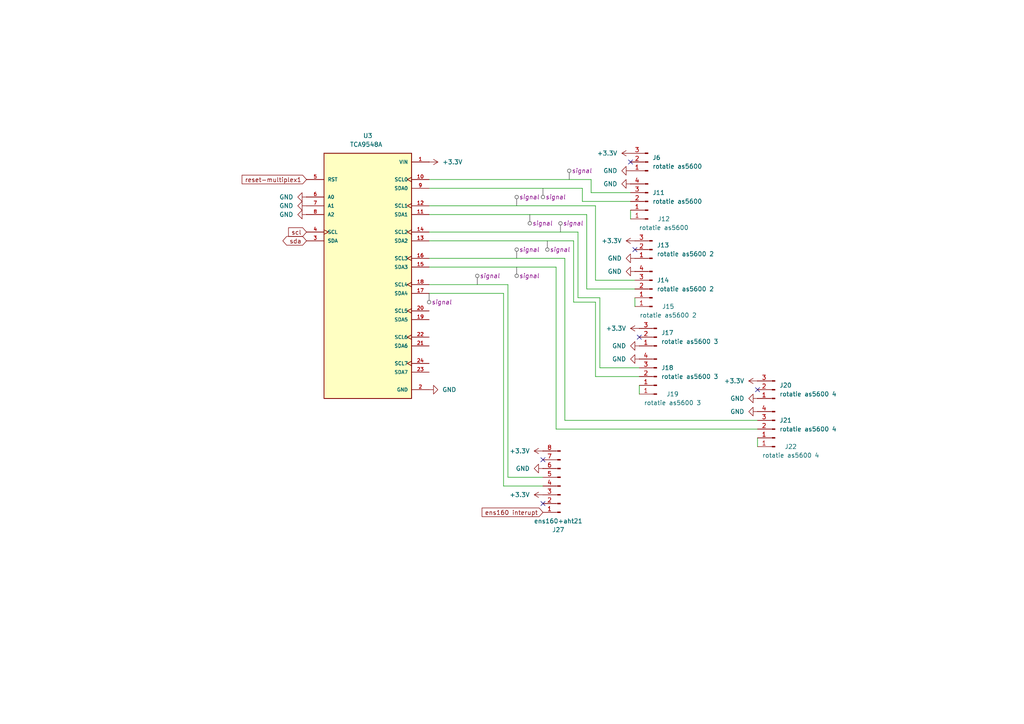
<source format=kicad_sch>
(kicad_sch (version 20231120) (generator "eeschema") (generator_version "8.0")
  (paper "A4")
  (lib_symbols
    (symbol "2717:2717" (pin_names (offset 1.016))
      (property "Reference" "U" (at -12.7 36.322 0))
      (property "Value" "2717" (at -12.7 -38.1 0))
      (symbol "2717_0_0"
        (rectangle (start -12.7 -35.56) (end 12.7 35.56) (stroke (width 0.254)) (fill (type background)))
        (pin power_in line (at 17.78 33.02 180) (length 5.08) (name "VIN") (number "1"))
        (pin output clock (at 17.78 27.94 180) (length 5.08) (name "SCL0") (number "10"))
        (pin bidirectional line (at 17.78 17.78 180) (length 5.08) (name "SDA1") (number "11"))
        (pin output clock (at 17.78 20.32 180) (length 5.08) (name "SCL1") (number "12"))
        (pin bidirectional line (at 17.78 10.16 180) (length 5.08) (name "SDA2") (number "13"))
        (pin output clock (at 17.78 12.7 180) (length 5.08) (name "SCL2") (number "14"))
        (pin bidirectional line (at 17.78 2.54 180) (length 5.08) (name "SDA3") (number "15"))
        (pin output clock (at 17.78 5.08 180) (length 5.08) (name "SCL3") (number "16"))
        (pin bidirectional line (at 17.78 -5.08 180) (length 5.08) (name "SDA4") (number "17"))
        (pin output clock (at 17.78 -2.54 180) (length 5.08) (name "SCL4") (number "18"))
        (pin bidirectional line (at 17.78 -12.7 180) (length 5.08) (name "SDA5") (number "19"))
        (pin power_in line (at 17.78 -33.02 180) (length 5.08) (name "GND") (number "2"))
        (pin output clock (at 17.78 -10.16 180) (length 5.08) (name "SCL5") (number "20"))
        (pin bidirectional line (at 17.78 -20.32 180) (length 5.08) (name "SDA6") (number "21"))
        (pin output clock (at 17.78 -17.78 180) (length 5.08) (name "SCL6") (number "22"))
        (pin bidirectional line (at 17.78 -27.94 180) (length 5.08) (name "SDA7") (number "23"))
        (pin output clock (at 17.78 -25.4 180) (length 5.08) (name "SCL7") (number "24"))
        (pin bidirectional line (at -17.78 10.16 0) (length 5.08) (name "SDA") (number "3"))
        (pin input clock (at -17.78 12.7 0) (length 5.08) (name "SCL") (number "4"))
        (pin input line (at -17.78 27.94 0) (length 5.08) (name "RST") (number "5"))
        (pin input line (at -17.78 22.86 0) (length 5.08) (name "A0") (number "6"))
        (pin input line (at -17.78 20.32 0) (length 5.08) (name "A1") (number "7"))
        (pin input line (at -17.78 17.78 0) (length 5.08) (name "A2") (number "8"))
        (pin bidirectional line (at 17.78 25.4 180) (length 5.08) (name "SDA0") (number "9"))
      )
    )
    (symbol "Connector:Conn_01x01_Pin" (pin_names (offset 1.016) hide)
      (property "Reference" "J" (at 0 2.54 0))
      (property "Value" "Conn_01x01_Pin" (at 0 -2.54 0))
      (symbol "Conn_01x01_Pin_1_1"
        (polyline (pts (xy 1.27 0) (xy 0.8636 0)) (stroke (width 0.1524)))
        (rectangle (start 0.8636 0.127) (end 0 -0.127) (stroke (width 0.1524)) (fill (type outline)))
        (pin passive line (at 5.08 0 180) (length 3.81) (name "Pin_1") (number "1"))
      )
    )
    (symbol "Connector:Conn_01x03_Pin" (pin_names (offset 1.016) hide)
      (property "Reference" "J" (at 0 5.08 0))
      (property "Value" "Conn_01x03_Pin" (at 0 -5.08 0))
      (symbol "Conn_01x03_Pin_1_1"
        (polyline (pts (xy 1.27 -2.54) (xy 0.8636 -2.54)) (stroke (width 0.1524)))
        (polyline (pts (xy 1.27 0) (xy 0.8636 0)) (stroke (width 0.1524)))
        (polyline (pts (xy 1.27 2.54) (xy 0.8636 2.54)) (stroke (width 0.1524)))
        (rectangle (start 0.8636 -2.413) (end 0 -2.667) (stroke (width 0.1524)) (fill (type outline)))
        (rectangle (start 0.8636 0.127) (end 0 -0.127) (stroke (width 0.1524)) (fill (type outline)))
        (rectangle (start 0.8636 2.667) (end 0 2.413) (stroke (width 0.1524)) (fill (type outline)))
        (pin passive line (at 5.08 2.54 180) (length 3.81) (name "Pin_1") (number "1"))
        (pin passive line (at 5.08 0 180) (length 3.81) (name "Pin_2") (number "2"))
        (pin passive line (at 5.08 -2.54 180) (length 3.81) (name "Pin_3") (number "3"))
      )
    )
    (symbol "Connector:Conn_01x04_Pin" (pin_names (offset 1.016) hide)
      (property "Reference" "J" (at 0 5.08 0))
      (property "Value" "Conn_01x04_Pin" (at 0 -7.62 0))
      (symbol "Conn_01x04_Pin_1_1"
        (polyline (pts (xy 1.27 -5.08) (xy 0.8636 -5.08)) (stroke (width 0.1524)))
        (polyline (pts (xy 1.27 -2.54) (xy 0.8636 -2.54)) (stroke (width 0.1524)))
        (polyline (pts (xy 1.27 0) (xy 0.8636 0)) (stroke (width 0.1524)))
        (polyline (pts (xy 1.27 2.54) (xy 0.8636 2.54)) (stroke (width 0.1524)))
        (rectangle (start 0.8636 -4.953) (end 0 -5.207) (stroke (width 0.1524)) (fill (type outline)))
        (rectangle (start 0.8636 -2.413) (end 0 -2.667) (stroke (width 0.1524)) (fill (type outline)))
        (rectangle (start 0.8636 0.127) (end 0 -0.127) (stroke (width 0.1524)) (fill (type outline)))
        (rectangle (start 0.8636 2.667) (end 0 2.413) (stroke (width 0.1524)) (fill (type outline)))
        (pin passive line (at 5.08 2.54 180) (length 3.81) (name "Pin_1") (number "1"))
        (pin passive line (at 5.08 0 180) (length 3.81) (name "Pin_2") (number "2"))
        (pin passive line (at 5.08 -2.54 180) (length 3.81) (name "Pin_3") (number "3"))
        (pin passive line (at 5.08 -5.08 180) (length 3.81) (name "Pin_4") (number "4"))
      )
    )
    (symbol "Connector:Conn_01x08_Pin" (pin_names (offset 1.016) hide)
      (property "Reference" "J" (at 0 10.16 0))
      (property "Value" "Conn_01x08_Pin" (at 0 -12.7 0))
      (symbol "Conn_01x08_Pin_1_1"
        (polyline (pts (xy 1.27 -10.16) (xy 0.8636 -10.16)) (stroke (width 0.1524)))
        (polyline (pts (xy 1.27 -7.62) (xy 0.8636 -7.62)) (stroke (width 0.1524)))
        (polyline (pts (xy 1.27 -5.08) (xy 0.8636 -5.08)) (stroke (width 0.1524)))
        (polyline (pts (xy 1.27 -2.54) (xy 0.8636 -2.54)) (stroke (width 0.1524)))
        (polyline (pts (xy 1.27 0) (xy 0.8636 0)) (stroke (width 0.1524)))
        (polyline (pts (xy 1.27 2.54) (xy 0.8636 2.54)) (stroke (width 0.1524)))
        (polyline (pts (xy 1.27 5.08) (xy 0.8636 5.08)) (stroke (width 0.1524)))
        (polyline (pts (xy 1.27 7.62) (xy 0.8636 7.62)) (stroke (width 0.1524)))
        (rectangle (start 0.8636 -10.033) (end 0 -10.287) (stroke (width 0.1524)) (fill (type outline)))
        (rectangle (start 0.8636 -7.493) (end 0 -7.747) (stroke (width 0.1524)) (fill (type outline)))
        (rectangle (start 0.8636 -4.953) (end 0 -5.207) (stroke (width 0.1524)) (fill (type outline)))
        (rectangle (start 0.8636 -2.413) (end 0 -2.667) (stroke (width 0.1524)) (fill (type outline)))
        (rectangle (start 0.8636 0.127) (end 0 -0.127) (stroke (width 0.1524)) (fill (type outline)))
        (rectangle (start 0.8636 2.667) (end 0 2.413) (stroke (width 0.1524)) (fill (type outline)))
        (rectangle (start 0.8636 5.207) (end 0 4.953) (stroke (width 0.1524)) (fill (type outline)))
        (rectangle (start 0.8636 7.747) (end 0 7.493) (stroke (width 0.1524)) (fill (type outline)))
        (pin passive line (at 5.08 7.62 180) (length 3.81) (name "Pin_1") (number "1"))
        (pin passive line (at 5.08 5.08 180) (length 3.81) (name "Pin_2") (number "2"))
        (pin passive line (at 5.08 2.54 180) (length 3.81) (name "Pin_3") (number "3"))
        (pin passive line (at 5.08 0 180) (length 3.81) (name "Pin_4") (number "4"))
        (pin passive line (at 5.08 -2.54 180) (length 3.81) (name "Pin_5") (number "5"))
        (pin passive line (at 5.08 -5.08 180) (length 3.81) (name "Pin_6") (number "6"))
        (pin passive line (at 5.08 -7.62 180) (length 3.81) (name "Pin_7") (number "7"))
        (pin passive line (at 5.08 -10.16 180) (length 3.81) (name "Pin_8") (number "8"))
      )
    )
    (symbol "power:+3.3V" (power) (pin_numbers hide) (pin_names (offset 0) hide)
      (property "Value" "+3.3V" (at 0 3.556 0))
      (symbol "+3.3V_0_1"
        (polyline (pts (xy -0.762 1.27) (xy 0 2.54)))
        (polyline (pts (xy 0 0) (xy 0 2.54)))
        (polyline (pts (xy 0 2.54) (xy 0.762 1.27)))
      )
      (symbol "+3.3V_1_1"
        (pin power_in line (at 0 0 90) (length 0) (name "~") (number "1"))
      )
    )
    (symbol "power:GND" (power) (pin_numbers hide) (pin_names (offset 0) hide)
      (property "Value" "GND" (at 0 -3.81 0))
      (symbol "GND_0_1"
        (polyline (pts (xy 0 0) (xy 0 -1.27) (xy 1.27 -1.27) (xy 0 -2.54) (xy -1.27 -1.27) (xy 0 -1.27)))
      )
      (symbol "GND_1_1"
        (pin power_in line (at 0 0 270) (length 0) (name "~") (number "1"))
      )
    )
  )
  (no_connect (at 184.15 72.39))
  (no_connect (at 219.71 113.03))
  (no_connect (at 182.88 46.99))
  (no_connect (at 185.42 97.79))
  (no_connect (at 157.48 146.05))
  (no_connect (at 157.48 133.35))
  (wire (pts (xy 124.46 77.47) (xy 161.29 77.47)))
  (wire (pts (xy 163.83 121.92) (xy 219.71 121.92)))
  (wire (pts (xy 173.99 106.68) (xy 173.99 86.36)))
  (wire (pts (xy 146.05 85.09) (xy 146.05 140.97)))
  (wire (pts (xy 124.46 69.85) (xy 166.37 69.85)))
  (wire (pts (xy 161.29 124.46) (xy 219.71 124.46)))
  (wire (pts (xy 184.15 81.28) (xy 172.72 81.28)))
  (wire (pts (xy 163.83 121.92) (xy 163.83 74.93)))
  (wire (pts (xy 184.15 88.9) (xy 184.15 86.36)))
  (wire (pts (xy 173.99 86.36) (xy 167.64 86.36)))
  (wire (pts (xy 147.32 138.43) (xy 147.32 82.55)))
  (wire (pts (xy 172.72 87.63) (xy 172.72 109.22)))
  (wire (pts (xy 170.18 83.82) (xy 170.18 62.23)))
  (wire (pts (xy 124.46 85.09) (xy 146.05 85.09)))
  (wire (pts (xy 182.88 63.5) (xy 182.88 60.96)))
  (wire (pts (xy 185.42 106.68) (xy 173.99 106.68)))
  (wire (pts (xy 168.91 54.61) (xy 168.91 58.42)))
  (wire (pts (xy 157.48 138.43) (xy 147.32 138.43)))
  (wire (pts (xy 182.88 55.88) (xy 171.45 55.88)))
  (wire (pts (xy 170.18 83.82) (xy 184.15 83.82)))
  (wire (pts (xy 219.71 129.54) (xy 219.71 127)))
  (wire (pts (xy 172.72 59.69) (xy 124.46 59.69)))
  (wire (pts (xy 185.42 114.3) (xy 185.42 111.76)))
  (wire (pts (xy 161.29 77.47) (xy 161.29 124.46)))
  (wire (pts (xy 124.46 54.61) (xy 168.91 54.61)))
  (wire (pts (xy 163.83 74.93) (xy 124.46 74.93)))
  (wire (pts (xy 172.72 109.22) (xy 185.42 109.22)))
  (wire (pts (xy 172.72 81.28) (xy 172.72 59.69)))
  (wire (pts (xy 167.64 86.36) (xy 167.64 67.31)))
  (wire (pts (xy 171.45 52.07) (xy 124.46 52.07)))
  (wire (pts (xy 170.18 62.23) (xy 124.46 62.23)))
  (wire (pts (xy 147.32 82.55) (xy 124.46 82.55)))
  (wire (pts (xy 166.37 69.85) (xy 166.37 87.63)))
  (wire (pts (xy 167.64 67.31) (xy 124.46 67.31)))
  (wire (pts (xy 168.91 58.42) (xy 182.88 58.42)))
  (wire (pts (xy 171.45 52.07) (xy 171.45 55.88)))
  (wire (pts (xy 166.37 87.63) (xy 172.72 87.63)))
  (wire (pts (xy 146.05 140.97) (xy 157.48 140.97)))
  (global_label "scl" (shape input) (at 88.9 67.31 180) (property "Intersheetrefs" "${INTERSHEET_REFS}" (effects (hide yes))))
  (global_label "reset-multiplex1" (shape input) (at 88.9 52.07 180) (property "Intersheetrefs" "${INTERSHEET_REFS}" (effects (hide yes))))
  (global_label "ens160 interupt" (shape input) (at 157.48 148.59 180) (property "Intersheetrefs" "${INTERSHEET_REFS}" (effects (hide yes))))
  (global_label "sda" (shape bidirectional) (at 88.9 69.85 180) (property "Intersheetrefs" "${INTERSHEET_REFS}" (effects (hide yes))))
  (netclass_flag "" (length 2.54) (shape round) (at 149.86 77.47 180) (property "Netclass" "signal" (at 150.5585 80.01 0) (effects (font (italic yes)) (justify left))))
  (netclass_flag "" (length 2.54) (shape round) (at 153.67 62.23 180) (property "Netclass" "signal" (at 154.3685 64.77 0) (effects (font (italic yes)) (justify left))))
  (netclass_flag "" (length 2.54) (shape round) (at 124.46 85.09 180) (property "Netclass" "signal" (at 125.1585 87.63 0) (effects (font (italic yes)) (justify left))))
  (netclass_flag "" (length 2.54) (shape round) (at 138.43 82.55 0) (property "Netclass" "signal" (at 139.1285 80.01 0) (effects (font (italic yes)) (justify left))))
  (netclass_flag "" (length 2.54) (shape round) (at 149.86 59.69 0) (property "Netclass" "signal" (at 150.5585 57.15 0) (effects (font (italic yes)) (justify left))))
  (netclass_flag "" (length 2.54) (shape round) (at 157.48 54.61 180) (property "Netclass" "signal" (at 158.1785 57.15 0) (effects (font (italic yes)) (justify left))))
  (netclass_flag "" (length 2.54) (shape round) (at 162.56 67.31 0) (property "Netclass" "signal" (at 163.2585 64.77 0) (effects (font (italic yes)) (justify left))))
  (netclass_flag "" (length 2.54) (shape round) (at 165.1 52.07 0) (property "Netclass" "signal" (at 165.7985 49.53 0) (effects (font (italic yes)) (justify left))))
  (netclass_flag "" (length 2.54) (shape round) (at 158.75 69.85 180) (property "Netclass" "signal" (at 159.4485 72.39 0) (effects (font (italic yes)) (justify left))))
  (netclass_flag "" (length 2.54) (shape round) (at 149.86 74.93 0) (property "Netclass" "signal" (at 150.5585 72.39 0) (effects (font (italic yes)) (justify left))))
  (symbol (lib_id "Connector:Conn_01x08_Pin") (at 162.56 140.97 180) (unit 1)
    (property "Reference" "J27" (at 161.925 153.67 0))
    (property "Value" "ens160+aht21" (at 161.925 151.13 0))
    (property "Footprint" "Connector_PinHeader_2.54mm:PinHeader_1x08_P2.54mm_Vertical" (effects (hide yes)))
    (property "Description" "Generic connector, single row, 01x08, script generated" (effects (hide yes)))
  )
  (symbol (lib_id "power:GND") (at 185.42 100.33 270) (unit 1)
    (property "Reference" "#PWR028" (effects (hide yes)))
    (property "Value" "GND" (at 181.61 100.3299 90) (effects (justify right)))
    (property "Description" "Power symbol creates a global label with name \"GND\" , ground" (effects (hide yes)))
  )
  (symbol (lib_id "power:GND") (at 184.15 78.74 270) (unit 1)
    (property "Reference" "#PWR023" (effects (hide yes)))
    (property "Value" "GND" (at 180.34 78.7399 90) (effects (justify right)))
    (property "Description" "Power symbol creates a global label with name \"GND\" , ground" (effects (hide yes)))
  )
  (symbol (lib_id "power:GND") (at 185.42 104.14 270) (unit 1)
    (property "Reference" "#PWR029" (effects (hide yes)))
    (property "Value" "GND" (at 181.61 104.1399 90) (effects (justify right)))
    (property "Description" "Power symbol creates a global label with name \"GND\" , ground" (effects (hide yes)))
  )
  (symbol (lib_id "Connector:Conn_01x03_Pin") (at 189.23 72.39 180) (unit 1)
    (property "Reference" "J13" (at 190.5 71.1199 0) (effects (justify right)))
    (property "Value" "rotatie as5600 2" (at 190.5 73.6599 0) (effects (justify right)))
    (property "Footprint" "Connector_PinHeader_2.54mm:PinHeader_1x03_P2.54mm_Vertical" (effects (hide yes)))
    (property "Description" "Generic connector, single row, 01x03, script generated" (effects (hide yes)))
  )
  (symbol (lib_id "power:+3.3V") (at 182.88 44.45 90) (unit 1)
    (property "Reference" "#PWR018" (effects (hide yes)))
    (property "Value" "+3.3V" (at 179.07 44.4499 90) (effects (justify left)))
    (property "Description" "Power symbol creates a global label with name \"+3.3V\"" (effects (hide yes)))
  )
  (symbol (lib_id "Connector:Conn_01x04_Pin") (at 190.5 109.22 180) (unit 1)
    (property "Reference" "J18" (at 191.77 106.6799 0) (effects (justify right)))
    (property "Value" "rotatie as5600 3" (at 191.77 109.2199 0) (effects (justify right)))
    (property "Footprint" "Connector_PinHeader_2.54mm:PinHeader_1x04_P2.54mm_Vertical" (effects (hide yes)))
    (property "Description" "Generic connector, single row, 01x04, script generated" (effects (hide yes)))
  )
  (symbol (lib_id "power:+3.3V") (at 219.71 110.49 90) (unit 1)
    (property "Reference" "#PWR030" (effects (hide yes)))
    (property "Value" "+3.3V" (at 215.9 110.4899 90) (effects (justify left)))
    (property "Description" "Power symbol creates a global label with name \"+3.3V\"" (effects (hide yes)))
  )
  (symbol (lib_id "power:+3.3V") (at 157.48 143.51 90) (unit 1)
    (property "Reference" "#PWR066" (effects (hide yes)))
    (property "Value" "+3.3V" (at 153.67 143.5099 90) (effects (justify left)))
    (property "Description" "Power symbol creates a global label with name \"+3.3V\"" (effects (hide yes)))
  )
  (symbol (lib_id "power:GND") (at 157.48 135.89 270) (unit 1)
    (property "Reference" "#PWR065" (effects (hide yes)))
    (property "Value" "GND" (at 153.67 135.8899 90) (effects (justify right)))
    (property "Description" "Power symbol creates a global label with name \"GND\" , ground" (effects (hide yes)))
  )
  (symbol (lib_id "power:GND") (at 219.71 115.57 270) (unit 1)
    (property "Reference" "#PWR031" (effects (hide yes)))
    (property "Value" "GND" (at 215.9 115.5699 90) (effects (justify right)))
    (property "Description" "Power symbol creates a global label with name \"GND\" , ground" (effects (hide yes)))
  )
  (symbol (lib_id "power:GND") (at 219.71 119.38 270) (unit 1)
    (property "Reference" "#PWR032" (effects (hide yes)))
    (property "Value" "GND" (at 215.9 119.3799 90) (effects (justify right)))
    (property "Description" "Power symbol creates a global label with name \"GND\" , ground" (effects (hide yes)))
  )
  (symbol (lib_id "power:GND") (at 124.46 113.03 90) (unit 1)
    (property "Reference" "#PWR017" (effects (hide yes)))
    (property "Value" "GND" (at 128.27 113.0299 90) (effects (justify right)))
    (property "Description" "Power symbol creates a global label with name \"GND\" , ground" (effects (hide yes)))
  )
  (symbol (lib_id "power:GND") (at 182.88 49.53 270) (unit 1)
    (property "Reference" "#PWR019" (effects (hide yes)))
    (property "Value" "GND" (at 179.07 49.5299 90) (effects (justify right)))
    (property "Description" "Power symbol creates a global label with name \"GND\" , ground" (effects (hide yes)))
  )
  (symbol (lib_id "power:GND") (at 88.9 59.69 270) (unit 1)
    (property "Reference" "#PWR012" (effects (hide yes)))
    (property "Value" "GND" (at 85.09 59.6899 90) (effects (justify right)))
    (property "Description" "Power symbol creates a global label with name \"GND\" , ground" (effects (hide yes)))
  )
  (symbol (lib_id "power:GND") (at 182.88 53.34 270) (unit 1)
    (property "Reference" "#PWR020" (effects (hide yes)))
    (property "Value" "GND" (at 179.07 53.3399 90) (effects (justify right)))
    (property "Description" "Power symbol creates a global label with name \"GND\" , ground" (effects (hide yes)))
  )
  (symbol (lib_id "Connector:Conn_01x03_Pin") (at 224.79 113.03 180) (unit 1)
    (property "Reference" "J20" (at 226.06 111.7599 0) (effects (justify right)))
    (property "Value" "rotatie as5600 4" (at 226.06 114.2999 0) (effects (justify right)))
    (property "Footprint" "Connector_PinHeader_2.54mm:PinHeader_1x03_P2.54mm_Vertical" (effects (hide yes)))
    (property "Description" "Generic connector, single row, 01x03, script generated" (effects (hide yes)))
  )
  (symbol (lib_id "power:+3.3V") (at 124.46 46.99 270) (unit 1)
    (property "Reference" "#PWR016" (effects (hide yes)))
    (property "Value" "+3.3V" (at 128.27 46.9899 90) (effects (justify left)))
    (property "Description" "Power symbol creates a global label with name \"+3.3V\"" (effects (hide yes)))
  )
  (symbol (lib_id "Connector:Conn_01x03_Pin") (at 190.5 97.79 180) (unit 1)
    (property "Reference" "J17" (at 191.77 96.5199 0) (effects (justify right)))
    (property "Value" "rotatie as5600 3" (at 191.77 99.0599 0) (effects (justify right)))
    (property "Footprint" "Connector_PinHeader_2.54mm:PinHeader_1x03_P2.54mm_Vertical" (effects (hide yes)))
    (property "Description" "Generic connector, single row, 01x03, script generated" (effects (hide yes)))
  )
  (symbol (lib_id "power:GND") (at 88.9 62.23 270) (unit 1)
    (property "Reference" "#PWR013" (effects (hide yes)))
    (property "Value" "GND" (at 85.09 62.2299 90) (effects (justify right)))
    (property "Description" "Power symbol creates a global label with name \"GND\" , ground" (effects (hide yes)))
  )
  (symbol (lib_id "Connector:Conn_01x01_Pin") (at 224.79 129.54 180) (unit 1)
    (property "Reference" "J22" (at 229.362 129.54 0))
    (property "Value" "rotatie as5600 4" (at 229.362 132.08 0))
    (property "Footprint" "Connector_PinHeader_2.54mm:PinHeader_1x01_P2.54mm_Vertical" (effects (hide yes)))
    (property "Description" "Generic connector, single row, 01x01, script generated" (effects (hide yes)))
  )
  (symbol (lib_id "power:+3.3V") (at 184.15 69.85 90) (unit 1)
    (property "Reference" "#PWR021" (effects (hide yes)))
    (property "Value" "+3.3V" (at 180.34 69.8499 90) (effects (justify left)))
    (property "Description" "Power symbol creates a global label with name \"+3.3V\"" (effects (hide yes)))
  )
  (symbol (lib_id "power:+3.3V") (at 185.42 95.25 90) (unit 1)
    (property "Reference" "#PWR027" (effects (hide yes)))
    (property "Value" "+3.3V" (at 181.61 95.2499 90) (effects (justify left)))
    (property "Description" "Power symbol creates a global label with name \"+3.3V\"" (effects (hide yes)))
  )
  (symbol (lib_id "Connector:Conn_01x01_Pin") (at 187.96 63.5 180) (unit 1)
    (property "Reference" "J12" (at 192.532 63.5 0))
    (property "Value" "rotatie as5600" (at 192.532 66.04 0))
    (property "Footprint" "Connector_PinHeader_2.54mm:PinHeader_1x01_P2.54mm_Vertical" (effects (hide yes)))
    (property "Description" "Generic connector, single row, 01x01, script generated" (effects (hide yes)))
  )
  (symbol (lib_id "2717:2717") (at 106.68 80.01 0) (unit 1)
    (property "Reference" "U3" (at 106.68 39.37 0))
    (property "Value" "TCA9548A " (at 106.68 41.91 0))
    (property "Footprint" "2717:MODULE_2717" (effects (hide yes)))
    (property "MF" "Adafruit" (effects (hide yes)))
    (property "MAXIMUM_PACKAGE_HEIGHT" "2.7mm" (effects (hide yes)))
    (property "Package" "None" (effects (hide yes)))
    (property "Price" "None" (effects (hide yes)))
    (property "Check_prices" "https://www.snapeda.com/parts/2717/Adafruit+Industries+LLC/view-part/?ref=eda" (effects (hide yes)))
    (property "STANDARD" "Manufacturer Recommendations" (effects (hide yes)))
    (property "PARTREV" "Sep 11, 2015" (effects (hide yes)))
    (property "SnapEDA_Link" "https://www.snapeda.com/parts/2717/Adafruit+Industries+LLC/view-part/?ref=snap" (effects (hide yes)))
    (property "MP" "2717" (effects (hide yes)))
    (property "Description_1" "\nModule: multiplexer; I2C interface multiplexer; TCA9548A; 3÷5VDC\n" (effects (hide yes)))
    (property "MANUFACTURER" "Adafruit" (effects (hide yes)))
    (property "Availability" "In Stock" (effects (hide yes)))
    (property "SNAPEDA_PN" "2717" (effects (hide yes)))
  )
  (symbol (lib_id "Connector:Conn_01x01_Pin") (at 190.5 114.3 180) (unit 1)
    (property "Reference" "J19" (at 195.072 114.3 0))
    (property "Value" "rotatie as5600 3" (at 195.072 116.84 0))
    (property "Footprint" "Connector_PinHeader_2.54mm:PinHeader_1x01_P2.54mm_Vertical" (effects (hide yes)))
    (property "Description" "Generic connector, single row, 01x01, script generated" (effects (hide yes)))
  )
  (symbol (lib_id "power:+3.3V") (at 157.48 130.81 90) (unit 1)
    (property "Reference" "#PWR064" (effects (hide yes)))
    (property "Value" "+3.3V" (at 153.67 130.8099 90) (effects (justify left)))
    (property "Description" "Power symbol creates a global label with name \"+3.3V\"" (effects (hide yes)))
  )
  (symbol (lib_id "power:GND") (at 88.9 57.15 270) (unit 1)
    (property "Reference" "#PWR09" (effects (hide yes)))
    (property "Value" "GND" (at 85.09 57.1499 90) (effects (justify right)))
    (property "Description" "Power symbol creates a global label with name \"GND\" , ground" (effects (hide yes)))
  )
  (symbol (lib_id "Connector:Conn_01x04_Pin") (at 187.96 58.42 180) (unit 1)
    (property "Reference" "J11" (at 189.23 55.8799 0) (effects (justify right)))
    (property "Value" "rotatie as5600" (at 189.23 58.4199 0) (effects (justify right)))
    (property "Footprint" "Connector_PinHeader_2.54mm:PinHeader_1x04_P2.54mm_Vertical" (effects (hide yes)))
    (property "Description" "Generic connector, single row, 01x04, script generated" (effects (hide yes)))
  )
  (symbol (lib_id "Connector:Conn_01x04_Pin") (at 224.79 124.46 180) (unit 1)
    (property "Reference" "J21" (at 226.06 121.9199 0) (effects (justify right)))
    (property "Value" "rotatie as5600 4" (at 226.06 124.4599 0) (effects (justify right)))
    (property "Footprint" "Connector_PinHeader_2.54mm:PinHeader_1x04_P2.54mm_Vertical" (effects (hide yes)))
    (property "Description" "Generic connector, single row, 01x04, script generated" (effects (hide yes)))
  )
  (symbol (lib_id "Connector:Conn_01x03_Pin") (at 187.96 46.99 180) (unit 1)
    (property "Reference" "J6" (at 189.23 45.7199 0) (effects (justify right)))
    (property "Value" "rotatie as5600" (at 189.23 48.2599 0) (effects (justify right)))
    (property "Footprint" "Connector_PinHeader_2.54mm:PinHeader_1x03_P2.54mm_Vertical" (effects (hide yes)))
    (property "Description" "Generic connector, single row, 01x03, script generated" (effects (hide yes)))
  )
  (symbol (lib_id "power:GND") (at 184.15 74.93 270) (unit 1)
    (property "Reference" "#PWR022" (effects (hide yes)))
    (property "Value" "GND" (at 180.34 74.9299 90) (effects (justify right)))
    (property "Description" "Power symbol creates a global label with name \"GND\" , ground" (effects (hide yes)))
  )
  (symbol (lib_id "Connector:Conn_01x01_Pin") (at 189.23 88.9 180) (unit 1)
    (property "Reference" "J15" (at 193.802 88.9 0))
    (property "Value" "rotatie as5600 2" (at 193.802 91.44 0))
    (property "Footprint" "Connector_PinHeader_2.54mm:PinHeader_1x01_P2.54mm_Vertical" (effects (hide yes)))
    (property "Description" "Generic connector, single row, 01x01, script generated" (effects (hide yes)))
  )
  (symbol (lib_id "Connector:Conn_01x04_Pin") (at 189.23 83.82 180) (unit 1)
    (property "Reference" "J14" (at 190.5 81.2799 0) (effects (justify right)))
    (property "Value" "rotatie as5600 2" (at 190.5 83.8199 0) (effects (justify right)))
    (property "Footprint" "Connector_PinHeader_2.54mm:PinHeader_1x04_P2.54mm_Vertical" (effects (hide yes)))
    (property "Description" "Generic connector, single row, 01x04, script generated" (effects (hide yes)))
  )
)
</source>
